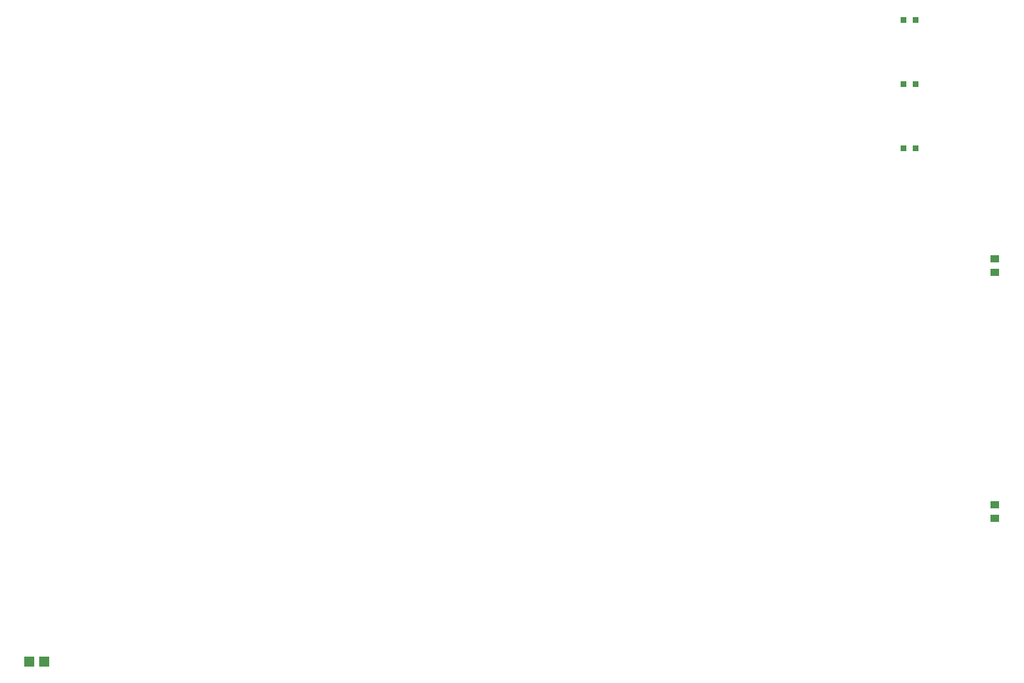
<source format=gbr>
G04 EAGLE Gerber RS-274X export*
G75*
%MOMM*%
%FSLAX34Y34*%
%LPD*%
%INSolderpaste Top*%
%IPPOS*%
%AMOC8*
5,1,8,0,0,1.08239X$1,22.5*%
G01*
%ADD10R,0.800000X0.800000*%
%ADD11R,1.031241X0.949959*%
%ADD12R,1.143000X1.270000*%


D10*
X1084700Y901700D03*
X1099700Y901700D03*
D11*
X1193800Y601599D03*
X1193800Y617601D03*
D10*
X1084700Y825500D03*
X1099700Y825500D03*
X1084700Y749300D03*
X1099700Y749300D03*
D11*
X1193800Y309499D03*
X1193800Y325501D03*
D12*
X46990Y139700D03*
X64770Y139700D03*
M02*

</source>
